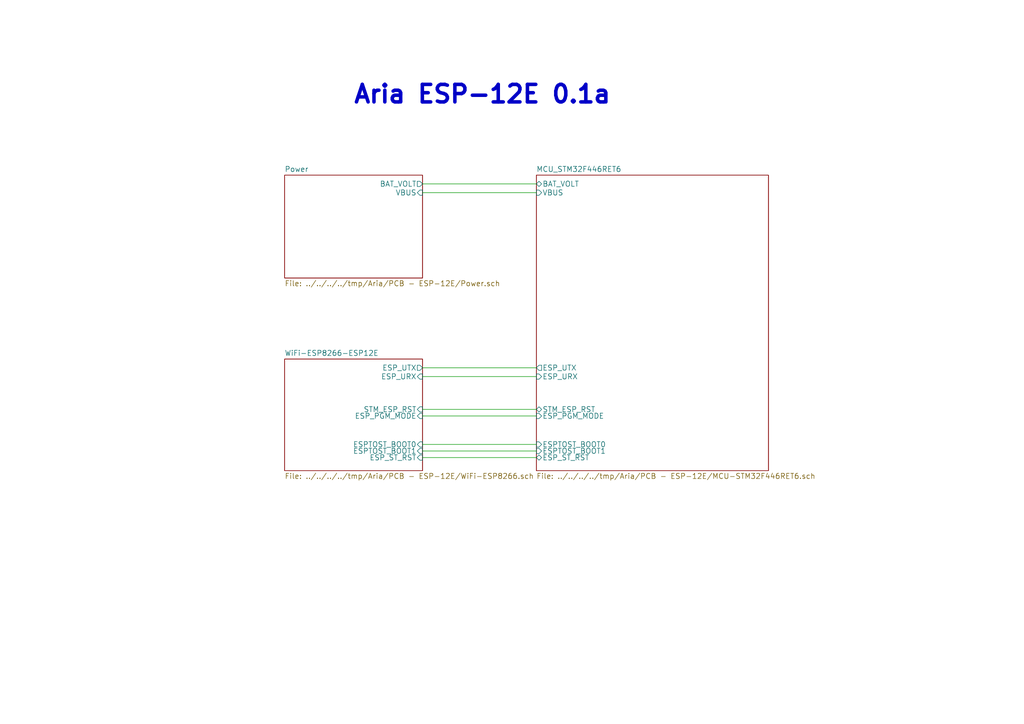
<source format=kicad_sch>
(kicad_sch (version 20230121) (generator eeschema)
  (paper "A4")
  (title_block (title "Aria") (date "2016-09-27") (rev "0.1a") (company "GhostPCB") (comment 1 "Drawn By Adama Vadala-Roth") (comment 2 "Engineer: Adam Vadala-Roth"))
  (lib_symbols)
  (wire (pts (xy 155.575 128.905) (xy 122.555 128.905)))
  (wire (pts (xy 122.555 55.88) (xy 155.575 55.88)))
  (wire (pts (xy 155.575 120.65) (xy 122.555 120.65)))
  (wire (pts (xy 122.555 106.68) (xy 155.575 106.68)))
  (wire (pts (xy 122.555 118.745) (xy 155.575 118.745)))
  (wire (pts (xy 155.575 53.34) (xy 122.555 53.34)))
  (wire (pts (xy 122.555 130.81) (xy 155.575 130.81)))
  (wire (pts (xy 155.575 109.22) (xy 122.555 109.22)))
  (wire (pts (xy 155.575 132.715) (xy 122.555 132.715)))
  (text "Aria ESP-12E 0.1a" (at 102.235 30.48 0) (effects (font (size 5.08 5.08) (thickness 1.016) bold) (justify left bottom)))
  (sheet (at 82.55 50.8) (size 40.005 29.845)
    (property "Sheetname" "Power" (at 82.55 49.9614 0) (effects (font (size 1.524 1.524)) (justify left bottom)))
    (property "Sheetfile" "../../../../tmp/Aria/PCB - ESP-12E/Power.sch" (at 82.55 81.3312 0) (effects (font (size 1.524 1.524)) (justify left top)))
    (pin "VBUS" input (at 122.555 55.88 0) (effects (font (size 1.524 1.524))))
    (pin "BAT_VOLT" output (at 122.555 53.34 0) (effects (font (size 1.524 1.524))))
  )
  (sheet (at 155.575 50.8) (size 67.31 85.725)
    (property "Sheetname" "MCU_STM32F446RET6" (at 155.575 49.9614 0) (effects (font (size 1.524 1.524)) (justify left bottom)))
    (property "Sheetfile" "../../../../tmp/Aria/PCB - ESP-12E/MCU-STM32F446RET6.sch" (at 155.575 137.2112 0) (effects (font (size 1.524 1.524)) (justify left top)))
    (pin "ESP_ST_RST" bidirectional (at 155.575 132.715 180) (effects (font (size 1.524 1.524))))
    (pin "STM_ESP_RST" bidirectional (at 155.575 118.745 180) (effects (font (size 1.524 1.524))))
    (pin "ESP_UTX" output (at 155.575 106.68 180) (effects (font (size 1.524 1.524))))
    (pin "ESP_URX" input (at 155.575 109.22 180) (effects (font (size 1.524 1.524))))
    (pin "ESP_PGM_MODE" input (at 155.575 120.65 180) (effects (font (size 1.524 1.524))))
    (pin "VBUS" input (at 155.575 55.88 180) (effects (font (size 1.524 1.524))))
    (pin "ESPTOST_BOOT0" input (at 155.575 128.905 180) (effects (font (size 1.524 1.524))))
    (pin "ESPTOST_BOOT1" input (at 155.575 130.81 180) (effects (font (size 1.524 1.524))))
    (pin "BAT_VOLT" bidirectional (at 155.575 53.34 180) (effects (font (size 1.524 1.524))))
  )
  (sheet (at 82.55 104.14) (size 40.005 32.385)
    (property "Sheetname" "WiFi-ESP8266-ESP12E" (at 82.55 103.3014 0) (effects (font (size 1.524 1.524)) (justify left bottom)))
    (property "Sheetfile" "../../../../tmp/Aria/PCB - ESP-12E/WiFi-ESP8266.sch" (at 82.55 137.2112 0) (effects (font (size 1.524 1.524)) (justify left top)))
    (pin "ESP_URX" input (at 122.555 109.22 0) (effects (font (size 1.524 1.524))))
    (pin "ESP_UTX" output (at 122.555 106.68 0) (effects (font (size 1.524 1.524))))
    (pin "STM_ESP_RST" input (at 122.555 118.745 0) (effects (font (size 1.524 1.524))))
    (pin "ESP_PGM_MODE" input (at 122.555 120.65 0) (effects (font (size 1.524 1.524))))
    (pin "ESP_ST_RST" input (at 122.555 132.715 0) (effects (font (size 1.524 1.524))))
    (pin "ESPTOST_BOOT0" input (at 122.555 128.905 0) (effects (font (size 1.524 1.524))))
    (pin "ESPTOST_BOOT1" input (at 122.555 130.81 0) (effects (font (size 1.524 1.524))))
  )
)
</source>
